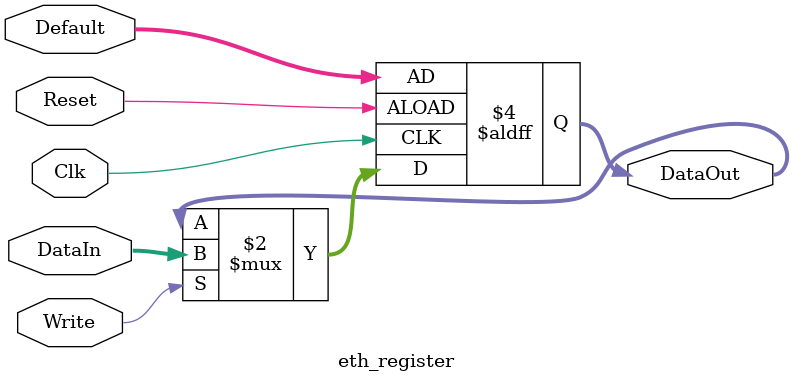
<source format=v>

`include "eth_timescale.v"


module eth_register(DataIn, DataOut, Write, Clk, Reset, Default);

parameter WIDTH = 8; // default parameter of the register width

input [WIDTH-1:0] DataIn;

input Write;
input Clk;
input Reset;
input [WIDTH-1:0] Default;

output [WIDTH-1:0] DataOut;
reg    [WIDTH-1:0] DataOut;



always @ (posedge Clk or posedge Reset)
begin
  if(Reset)
    DataOut<=#1 Default;
  else
  if(Write)                         // write
    DataOut<=#1 DataIn;
end



endmodule   // Register

</source>
